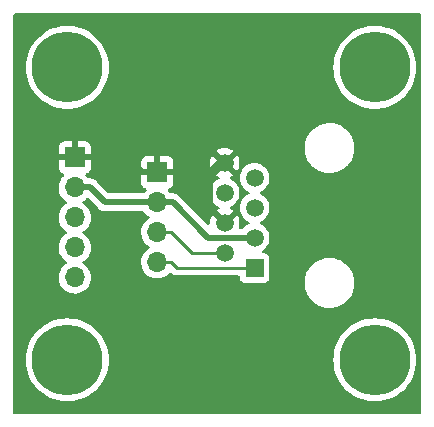
<source format=gbr>
%TF.GenerationSoftware,KiCad,Pcbnew,(6.0.1)*%
%TF.CreationDate,2022-02-21T12:48:27+02:00*%
%TF.ProjectId,Focuser-V1.Remote,466f6375-7365-4722-9d56-312e52656d6f,rev?*%
%TF.SameCoordinates,Original*%
%TF.FileFunction,Copper,L1,Top*%
%TF.FilePolarity,Positive*%
%FSLAX46Y46*%
G04 Gerber Fmt 4.6, Leading zero omitted, Abs format (unit mm)*
G04 Created by KiCad (PCBNEW (6.0.1)) date 2022-02-21 12:48:27*
%MOMM*%
%LPD*%
G01*
G04 APERTURE LIST*
%TA.AperFunction,ComponentPad*%
%ADD10R,1.500000X1.500000*%
%TD*%
%TA.AperFunction,ComponentPad*%
%ADD11C,1.500000*%
%TD*%
%TA.AperFunction,ComponentPad*%
%ADD12C,6.000000*%
%TD*%
%TA.AperFunction,ComponentPad*%
%ADD13R,1.700000X1.700000*%
%TD*%
%TA.AperFunction,ComponentPad*%
%ADD14O,1.700000X1.700000*%
%TD*%
%TA.AperFunction,Conductor*%
%ADD15C,0.250000*%
%TD*%
%TA.AperFunction,Conductor*%
%ADD16C,0.500000*%
%TD*%
G04 APERTURE END LIST*
D10*
%TO.P,J1,1*%
%TO.N,/SDA*%
X175240000Y-93817500D03*
D11*
%TO.P,J1,2*%
%TO.N,/SCL*%
X172700000Y-92547500D03*
%TO.P,J1,3*%
%TO.N,/3V3*%
X175240000Y-91277500D03*
%TO.P,J1,4*%
%TO.N,GND*%
X172700000Y-90007500D03*
%TO.P,J1,5*%
%TO.N,/EncClk*%
X175240000Y-88737500D03*
%TO.P,J1,6*%
%TO.N,/EncDt*%
X172700000Y-87467500D03*
%TO.P,J1,7*%
%TO.N,/EncSw*%
X175240000Y-86197500D03*
%TO.P,J1,8*%
%TO.N,GND*%
X172700000Y-84927500D03*
%TD*%
D12*
%TO.P,REF3,1*%
%TO.N,N/C*%
X185420000Y-76835000D03*
%TD*%
D13*
%TO.P,J3,1,Pin_1*%
%TO.N,GND*%
X160020000Y-84460000D03*
D14*
%TO.P,J3,2,Pin_2*%
%TO.N,/3V3*%
X160020000Y-87000000D03*
%TO.P,J3,3,Pin_3*%
%TO.N,/EncSw*%
X160020000Y-89540000D03*
%TO.P,J3,4,Pin_4*%
%TO.N,/EncDt*%
X160020000Y-92080000D03*
%TO.P,J3,5,Pin_5*%
%TO.N,/EncClk*%
X160020000Y-94620000D03*
%TD*%
D13*
%TO.P,J2,1,Pin_1*%
%TO.N,GND*%
X167005000Y-85725000D03*
D14*
%TO.P,J2,2,Pin_2*%
%TO.N,/3V3*%
X167005000Y-88265000D03*
%TO.P,J2,3,Pin_3*%
%TO.N,/SCL*%
X167005000Y-90805000D03*
%TO.P,J2,4,Pin_4*%
%TO.N,/SDA*%
X167005000Y-93345000D03*
%TD*%
D12*
%TO.P,REF4,1*%
%TO.N,N/C*%
X185420000Y-101600000D03*
%TD*%
%TO.P,REF1,1*%
%TO.N,N/C*%
X159385000Y-101600000D03*
%TD*%
%TO.P,REF2,1*%
%TO.N,N/C*%
X159385000Y-76835000D03*
%TD*%
D15*
%TO.N,/SDA*%
X168652800Y-93817500D02*
X175240000Y-93817500D01*
X167005000Y-93345000D02*
X168180300Y-93345000D01*
X168180300Y-93345000D02*
X168652800Y-93817500D01*
%TO.N,/SCL*%
X169922800Y-92547500D02*
X172700000Y-92547500D01*
X168180300Y-90805000D02*
X169922800Y-92547500D01*
X167005000Y-90805000D02*
X168180300Y-90805000D01*
D16*
%TO.N,/3V3*%
X161320300Y-87000000D02*
X162585300Y-88265000D01*
X171317800Y-91277500D02*
X175240000Y-91277500D01*
X162585300Y-88265000D02*
X167005000Y-88265000D01*
X167005000Y-88265000D02*
X168305300Y-88265000D01*
X160020000Y-87000000D02*
X161320300Y-87000000D01*
X168305300Y-88265000D02*
X171317800Y-91277500D01*
%TO.N,GND*%
X167005000Y-85725000D02*
X168305300Y-85725000D01*
X172700000Y-84927500D02*
X172246700Y-84927500D01*
X168305300Y-85725000D02*
X171449200Y-85725000D01*
X164439700Y-84460000D02*
X165704700Y-85725000D01*
X160020000Y-84460000D02*
X164439700Y-84460000D01*
X167005000Y-85725000D02*
X165704700Y-85725000D01*
X172246700Y-84927500D02*
X171449200Y-85725000D01*
X171449200Y-85725000D02*
X171449200Y-88756700D01*
X171449200Y-88756700D02*
X172700000Y-90007500D01*
%TD*%
%TA.AperFunction,Conductor*%
%TO.N,GND*%
G36*
X189299121Y-72283002D02*
G01*
X189345614Y-72336658D01*
X189357000Y-72389000D01*
X189357000Y-106046000D01*
X189336998Y-106114121D01*
X189283342Y-106160614D01*
X189231000Y-106172000D01*
X154939000Y-106172000D01*
X154870879Y-106151998D01*
X154824386Y-106098342D01*
X154813000Y-106046000D01*
X154813000Y-101600000D01*
X155871685Y-101600000D01*
X155890931Y-101967241D01*
X155948459Y-102330459D01*
X156043639Y-102685674D01*
X156175427Y-103028994D01*
X156342380Y-103356657D01*
X156542668Y-103665075D01*
X156774098Y-103950867D01*
X157034133Y-104210902D01*
X157319925Y-104442332D01*
X157628342Y-104642620D01*
X157631276Y-104644115D01*
X157631283Y-104644119D01*
X157953066Y-104808075D01*
X157956006Y-104809573D01*
X158299326Y-104941361D01*
X158654541Y-105036541D01*
X158847558Y-105067112D01*
X159014511Y-105093555D01*
X159014519Y-105093556D01*
X159017759Y-105094069D01*
X159385000Y-105113315D01*
X159752241Y-105094069D01*
X159755481Y-105093556D01*
X159755489Y-105093555D01*
X159922442Y-105067112D01*
X160115459Y-105036541D01*
X160470674Y-104941361D01*
X160813994Y-104809573D01*
X160816934Y-104808075D01*
X161138717Y-104644119D01*
X161138724Y-104644115D01*
X161141658Y-104642620D01*
X161450075Y-104442332D01*
X161735867Y-104210902D01*
X161995902Y-103950867D01*
X162227332Y-103665075D01*
X162427620Y-103356657D01*
X162594573Y-103028994D01*
X162726361Y-102685674D01*
X162821541Y-102330459D01*
X162879069Y-101967241D01*
X162898315Y-101600000D01*
X181906685Y-101600000D01*
X181925931Y-101967241D01*
X181983459Y-102330459D01*
X182078639Y-102685674D01*
X182210427Y-103028994D01*
X182377380Y-103356657D01*
X182577668Y-103665075D01*
X182809098Y-103950867D01*
X183069133Y-104210902D01*
X183354925Y-104442332D01*
X183663342Y-104642620D01*
X183666276Y-104644115D01*
X183666283Y-104644119D01*
X183988066Y-104808075D01*
X183991006Y-104809573D01*
X184334326Y-104941361D01*
X184689541Y-105036541D01*
X184882558Y-105067112D01*
X185049511Y-105093555D01*
X185049519Y-105093556D01*
X185052759Y-105094069D01*
X185420000Y-105113315D01*
X185787241Y-105094069D01*
X185790481Y-105093556D01*
X185790489Y-105093555D01*
X185957442Y-105067112D01*
X186150459Y-105036541D01*
X186505674Y-104941361D01*
X186848994Y-104809573D01*
X186851934Y-104808075D01*
X187173717Y-104644119D01*
X187173724Y-104644115D01*
X187176658Y-104642620D01*
X187485075Y-104442332D01*
X187770867Y-104210902D01*
X188030902Y-103950867D01*
X188262332Y-103665075D01*
X188462620Y-103356657D01*
X188629573Y-103028994D01*
X188761361Y-102685674D01*
X188856541Y-102330459D01*
X188914069Y-101967241D01*
X188933315Y-101600000D01*
X188914069Y-101232759D01*
X188856541Y-100869541D01*
X188761361Y-100514326D01*
X188629573Y-100171006D01*
X188462620Y-99843343D01*
X188262332Y-99534925D01*
X188030902Y-99249133D01*
X187770867Y-98989098D01*
X187485075Y-98757668D01*
X187176658Y-98557380D01*
X187173724Y-98555885D01*
X187173717Y-98555881D01*
X186851934Y-98391925D01*
X186848994Y-98390427D01*
X186505674Y-98258639D01*
X186150459Y-98163459D01*
X185957442Y-98132888D01*
X185790489Y-98106445D01*
X185790481Y-98106444D01*
X185787241Y-98105931D01*
X185420000Y-98086685D01*
X185052759Y-98105931D01*
X185049519Y-98106444D01*
X185049511Y-98106445D01*
X184882558Y-98132888D01*
X184689541Y-98163459D01*
X184334326Y-98258639D01*
X183991006Y-98390427D01*
X183988066Y-98391925D01*
X183666284Y-98555881D01*
X183666277Y-98555885D01*
X183663343Y-98557380D01*
X183354925Y-98757668D01*
X183069133Y-98989098D01*
X182809098Y-99249133D01*
X182577668Y-99534925D01*
X182377380Y-99843343D01*
X182210427Y-100171006D01*
X182078639Y-100514326D01*
X181983459Y-100869541D01*
X181925931Y-101232759D01*
X181906685Y-101600000D01*
X162898315Y-101600000D01*
X162879069Y-101232759D01*
X162821541Y-100869541D01*
X162726361Y-100514326D01*
X162594573Y-100171006D01*
X162427620Y-99843343D01*
X162227332Y-99534925D01*
X161995902Y-99249133D01*
X161735867Y-98989098D01*
X161450075Y-98757668D01*
X161141658Y-98557380D01*
X161138724Y-98555885D01*
X161138717Y-98555881D01*
X160816934Y-98391925D01*
X160813994Y-98390427D01*
X160470674Y-98258639D01*
X160115459Y-98163459D01*
X159922442Y-98132888D01*
X159755489Y-98106445D01*
X159755481Y-98106444D01*
X159752241Y-98105931D01*
X159385000Y-98086685D01*
X159017759Y-98105931D01*
X159014519Y-98106444D01*
X159014511Y-98106445D01*
X158847558Y-98132888D01*
X158654541Y-98163459D01*
X158299326Y-98258639D01*
X157956006Y-98390427D01*
X157953066Y-98391925D01*
X157631284Y-98555881D01*
X157631277Y-98555885D01*
X157628343Y-98557380D01*
X157319925Y-98757668D01*
X157034133Y-98989098D01*
X156774098Y-99249133D01*
X156542668Y-99534925D01*
X156342380Y-99843343D01*
X156175427Y-100171006D01*
X156043639Y-100514326D01*
X155948459Y-100869541D01*
X155890931Y-101232759D01*
X155871685Y-101600000D01*
X154813000Y-101600000D01*
X154813000Y-94586695D01*
X158657251Y-94586695D01*
X158657548Y-94591848D01*
X158657548Y-94591851D01*
X158664162Y-94706564D01*
X158670110Y-94809715D01*
X158671247Y-94814761D01*
X158671248Y-94814767D01*
X158672741Y-94821391D01*
X158719222Y-95027639D01*
X158757461Y-95121811D01*
X158797414Y-95220203D01*
X158803266Y-95234616D01*
X158919987Y-95425088D01*
X159066250Y-95593938D01*
X159238126Y-95736632D01*
X159431000Y-95849338D01*
X159639692Y-95929030D01*
X159644760Y-95930061D01*
X159644763Y-95930062D01*
X159752017Y-95951883D01*
X159858597Y-95973567D01*
X159863772Y-95973757D01*
X159863774Y-95973757D01*
X160076673Y-95981564D01*
X160076677Y-95981564D01*
X160081837Y-95981753D01*
X160086957Y-95981097D01*
X160086959Y-95981097D01*
X160298288Y-95954025D01*
X160298289Y-95954025D01*
X160303416Y-95953368D01*
X160308366Y-95951883D01*
X160512429Y-95890661D01*
X160512434Y-95890659D01*
X160517384Y-95889174D01*
X160717994Y-95790896D01*
X160899860Y-95661173D01*
X161058096Y-95503489D01*
X161117594Y-95420689D01*
X161185435Y-95326277D01*
X161188453Y-95322077D01*
X161225788Y-95246536D01*
X161238802Y-95220203D01*
X179480743Y-95220203D01*
X179481302Y-95224447D01*
X179481302Y-95224451D01*
X179483084Y-95237988D01*
X179518268Y-95505234D01*
X179594129Y-95782536D01*
X179595813Y-95786484D01*
X179675171Y-95972534D01*
X179706923Y-96046976D01*
X179854561Y-96293661D01*
X180034313Y-96518028D01*
X180242851Y-96715923D01*
X180476317Y-96883686D01*
X180480112Y-96885695D01*
X180480113Y-96885696D01*
X180501869Y-96897215D01*
X180730392Y-97018212D01*
X181000373Y-97117011D01*
X181281264Y-97178255D01*
X181309841Y-97180504D01*
X181504282Y-97195807D01*
X181504291Y-97195807D01*
X181506739Y-97196000D01*
X181662271Y-97196000D01*
X181664407Y-97195854D01*
X181664418Y-97195854D01*
X181872548Y-97181665D01*
X181872554Y-97181664D01*
X181876825Y-97181373D01*
X181881020Y-97180504D01*
X181881022Y-97180504D01*
X182017583Y-97152224D01*
X182158342Y-97123074D01*
X182429343Y-97027107D01*
X182684812Y-96895250D01*
X182688313Y-96892789D01*
X182688317Y-96892787D01*
X182802417Y-96812596D01*
X182920023Y-96729941D01*
X183130622Y-96534240D01*
X183312713Y-96311768D01*
X183462927Y-96066642D01*
X183578483Y-95803398D01*
X183657244Y-95526906D01*
X183697751Y-95242284D01*
X183697792Y-95234616D01*
X183699235Y-94959083D01*
X183699235Y-94959076D01*
X183699257Y-94954797D01*
X183695148Y-94923581D01*
X183666601Y-94706753D01*
X183661732Y-94669766D01*
X183657710Y-94655062D01*
X183602972Y-94454974D01*
X183585871Y-94392464D01*
X183544771Y-94296108D01*
X183474763Y-94131976D01*
X183474761Y-94131972D01*
X183473077Y-94128024D01*
X183381997Y-93975840D01*
X183327643Y-93885021D01*
X183327640Y-93885017D01*
X183325439Y-93881339D01*
X183145687Y-93656972D01*
X182964043Y-93484598D01*
X182940258Y-93462027D01*
X182940255Y-93462025D01*
X182937149Y-93459077D01*
X182703683Y-93291314D01*
X182681843Y-93279750D01*
X182605778Y-93239476D01*
X182449608Y-93156788D01*
X182314617Y-93107388D01*
X182183658Y-93059464D01*
X182183656Y-93059463D01*
X182179627Y-93057989D01*
X181898736Y-92996745D01*
X181867685Y-92994301D01*
X181675718Y-92979193D01*
X181675709Y-92979193D01*
X181673261Y-92979000D01*
X181517729Y-92979000D01*
X181515593Y-92979146D01*
X181515582Y-92979146D01*
X181307452Y-92993335D01*
X181307446Y-92993336D01*
X181303175Y-92993627D01*
X181298980Y-92994496D01*
X181298978Y-92994496D01*
X181195289Y-93015969D01*
X181021658Y-93051926D01*
X180750657Y-93147893D01*
X180746848Y-93149859D01*
X180554942Y-93248909D01*
X180495188Y-93279750D01*
X180491687Y-93282211D01*
X180491683Y-93282213D01*
X180396450Y-93349144D01*
X180259977Y-93445059D01*
X180244892Y-93459077D01*
X180092558Y-93600635D01*
X180049378Y-93640760D01*
X179867287Y-93863232D01*
X179717073Y-94108358D01*
X179715347Y-94112291D01*
X179715346Y-94112292D01*
X179633056Y-94299755D01*
X179601517Y-94371602D01*
X179600342Y-94375729D01*
X179600341Y-94375730D01*
X179577768Y-94454974D01*
X179522756Y-94648094D01*
X179482249Y-94932716D01*
X179482227Y-94937005D01*
X179482226Y-94937012D01*
X179481529Y-95070098D01*
X179480743Y-95220203D01*
X161238802Y-95220203D01*
X161285136Y-95126453D01*
X161285137Y-95126451D01*
X161287430Y-95121811D01*
X161339464Y-94950549D01*
X161350865Y-94913023D01*
X161350865Y-94913021D01*
X161352370Y-94908069D01*
X161381529Y-94686590D01*
X161381730Y-94678368D01*
X161383074Y-94623365D01*
X161383074Y-94623361D01*
X161383156Y-94620000D01*
X161364852Y-94397361D01*
X161310431Y-94180702D01*
X161221354Y-93975840D01*
X161158053Y-93877992D01*
X161102822Y-93792617D01*
X161102820Y-93792614D01*
X161100014Y-93788277D01*
X160949670Y-93623051D01*
X160945619Y-93619852D01*
X160945615Y-93619848D01*
X160778414Y-93487800D01*
X160778410Y-93487798D01*
X160774359Y-93484598D01*
X160733053Y-93461796D01*
X160683084Y-93411364D01*
X160668312Y-93341921D01*
X160693428Y-93275516D01*
X160720780Y-93248909D01*
X160764603Y-93217650D01*
X160899860Y-93121173D01*
X160904015Y-93117033D01*
X161023807Y-92997658D01*
X161058096Y-92963489D01*
X161065819Y-92952742D01*
X161185435Y-92786277D01*
X161188453Y-92782077D01*
X161201776Y-92755121D01*
X161285136Y-92586453D01*
X161285137Y-92586451D01*
X161287430Y-92581811D01*
X161352370Y-92368069D01*
X161381529Y-92146590D01*
X161382090Y-92123635D01*
X161383074Y-92083365D01*
X161383074Y-92083361D01*
X161383156Y-92080000D01*
X161364852Y-91857361D01*
X161310431Y-91640702D01*
X161221354Y-91435840D01*
X161118919Y-91277500D01*
X161102822Y-91252617D01*
X161102820Y-91252614D01*
X161100014Y-91248277D01*
X160949670Y-91083051D01*
X160945619Y-91079852D01*
X160945615Y-91079848D01*
X160778414Y-90947800D01*
X160778410Y-90947798D01*
X160774359Y-90944598D01*
X160733053Y-90921796D01*
X160683084Y-90871364D01*
X160668312Y-90801921D01*
X160693428Y-90735516D01*
X160720780Y-90708909D01*
X160764603Y-90677650D01*
X160899860Y-90581173D01*
X161058096Y-90423489D01*
X161111908Y-90348602D01*
X161185435Y-90246277D01*
X161188453Y-90242077D01*
X161193385Y-90232099D01*
X161285136Y-90046453D01*
X161285137Y-90046451D01*
X161287430Y-90041811D01*
X161352370Y-89828069D01*
X161381529Y-89606590D01*
X161382408Y-89570613D01*
X161383074Y-89543365D01*
X161383074Y-89543361D01*
X161383156Y-89540000D01*
X161364852Y-89317361D01*
X161310431Y-89100702D01*
X161221354Y-88895840D01*
X161118451Y-88736776D01*
X161102822Y-88712617D01*
X161102820Y-88712614D01*
X161100014Y-88708277D01*
X160949670Y-88543051D01*
X160945619Y-88539852D01*
X160945615Y-88539848D01*
X160778414Y-88407800D01*
X160778410Y-88407798D01*
X160774359Y-88404598D01*
X160733053Y-88381796D01*
X160683084Y-88331364D01*
X160668312Y-88261921D01*
X160693428Y-88195516D01*
X160720780Y-88168909D01*
X160764603Y-88137650D01*
X160899860Y-88041173D01*
X160967331Y-87973938D01*
X161005571Y-87935831D01*
X161067943Y-87901915D01*
X161138750Y-87907104D01*
X161183606Y-87935987D01*
X162001530Y-88753911D01*
X162013916Y-88768323D01*
X162022449Y-88779918D01*
X162022454Y-88779923D01*
X162026792Y-88785818D01*
X162032370Y-88790557D01*
X162032373Y-88790560D01*
X162067068Y-88820035D01*
X162074584Y-88826965D01*
X162080279Y-88832660D01*
X162083161Y-88834940D01*
X162102551Y-88850281D01*
X162105955Y-88853072D01*
X162156003Y-88895591D01*
X162161585Y-88900333D01*
X162168101Y-88903661D01*
X162173150Y-88907028D01*
X162178279Y-88910195D01*
X162184016Y-88914734D01*
X162250175Y-88945655D01*
X162254069Y-88947558D01*
X162319108Y-88980769D01*
X162326216Y-88982508D01*
X162331859Y-88984607D01*
X162337622Y-88986524D01*
X162344250Y-88989622D01*
X162351412Y-88991112D01*
X162351413Y-88991112D01*
X162415712Y-89004486D01*
X162419996Y-89005456D01*
X162490910Y-89022808D01*
X162496512Y-89023156D01*
X162496515Y-89023156D01*
X162502064Y-89023500D01*
X162502062Y-89023536D01*
X162506055Y-89023775D01*
X162510247Y-89024149D01*
X162517415Y-89025640D01*
X162594820Y-89023546D01*
X162598228Y-89023500D01*
X165807491Y-89023500D01*
X165875612Y-89043502D01*
X165904402Y-89070595D01*
X165904987Y-89070088D01*
X166051250Y-89238938D01*
X166223126Y-89381632D01*
X166293595Y-89422811D01*
X166296445Y-89424476D01*
X166345169Y-89476114D01*
X166358240Y-89545897D01*
X166331509Y-89611669D01*
X166291055Y-89645027D01*
X166278607Y-89651507D01*
X166274474Y-89654610D01*
X166274471Y-89654612D01*
X166104100Y-89782530D01*
X166099965Y-89785635D01*
X165945629Y-89947138D01*
X165819743Y-90131680D01*
X165781011Y-90215121D01*
X165735277Y-90313648D01*
X165725688Y-90334305D01*
X165665989Y-90549570D01*
X165642251Y-90771695D01*
X165642548Y-90776848D01*
X165642548Y-90776851D01*
X165652220Y-90944598D01*
X165655110Y-90994715D01*
X165656247Y-90999761D01*
X165656248Y-90999767D01*
X165668204Y-91052819D01*
X165704222Y-91212639D01*
X165788266Y-91419616D01*
X165904987Y-91610088D01*
X166051250Y-91778938D01*
X166169481Y-91877095D01*
X166213547Y-91913679D01*
X166223126Y-91921632D01*
X166293595Y-91962811D01*
X166296445Y-91964476D01*
X166345169Y-92016114D01*
X166358240Y-92085897D01*
X166331509Y-92151669D01*
X166291055Y-92185027D01*
X166278607Y-92191507D01*
X166274473Y-92194611D01*
X166174444Y-92269715D01*
X166099965Y-92325635D01*
X165945629Y-92487138D01*
X165942715Y-92491410D01*
X165942714Y-92491411D01*
X165909018Y-92540807D01*
X165819743Y-92671680D01*
X165781011Y-92755121D01*
X165744471Y-92833841D01*
X165725688Y-92874305D01*
X165665989Y-93089570D01*
X165642251Y-93311695D01*
X165642548Y-93316848D01*
X165642548Y-93316851D01*
X165652220Y-93484598D01*
X165655110Y-93534715D01*
X165656247Y-93539761D01*
X165656248Y-93539767D01*
X165669266Y-93597530D01*
X165704222Y-93752639D01*
X165788266Y-93959616D01*
X165790965Y-93964020D01*
X165881826Y-94112292D01*
X165904987Y-94150088D01*
X166051250Y-94318938D01*
X166223126Y-94461632D01*
X166416000Y-94574338D01*
X166420825Y-94576180D01*
X166420826Y-94576181D01*
X166461862Y-94591851D01*
X166624692Y-94654030D01*
X166629760Y-94655061D01*
X166629763Y-94655062D01*
X166702036Y-94669766D01*
X166843597Y-94698567D01*
X166848772Y-94698757D01*
X166848774Y-94698757D01*
X167061673Y-94706564D01*
X167061677Y-94706564D01*
X167066837Y-94706753D01*
X167071957Y-94706097D01*
X167071959Y-94706097D01*
X167283288Y-94679025D01*
X167283289Y-94679025D01*
X167288416Y-94678368D01*
X167330894Y-94665624D01*
X167497429Y-94615661D01*
X167497434Y-94615659D01*
X167502384Y-94614174D01*
X167702994Y-94515896D01*
X167884860Y-94386173D01*
X167888515Y-94382531D01*
X167888523Y-94382524D01*
X168015915Y-94255577D01*
X168078286Y-94221661D01*
X168149093Y-94226850D01*
X168191106Y-94252977D01*
X168210450Y-94271142D01*
X168213293Y-94273898D01*
X168233030Y-94293635D01*
X168236227Y-94296115D01*
X168245247Y-94303818D01*
X168277479Y-94334086D01*
X168284425Y-94337905D01*
X168284428Y-94337907D01*
X168295234Y-94343848D01*
X168311753Y-94354699D01*
X168327759Y-94367114D01*
X168335028Y-94370259D01*
X168335032Y-94370262D01*
X168368337Y-94384674D01*
X168378987Y-94389891D01*
X168417740Y-94411195D01*
X168425415Y-94413166D01*
X168425416Y-94413166D01*
X168437362Y-94416233D01*
X168456067Y-94422637D01*
X168474655Y-94430681D01*
X168482478Y-94431920D01*
X168482488Y-94431923D01*
X168518324Y-94437599D01*
X168529944Y-94440005D01*
X168565089Y-94449028D01*
X168572770Y-94451000D01*
X168593024Y-94451000D01*
X168612734Y-94452551D01*
X168632743Y-94455720D01*
X168640635Y-94454974D01*
X168676761Y-94451559D01*
X168688619Y-94451000D01*
X173855500Y-94451000D01*
X173923621Y-94471002D01*
X173970114Y-94524658D01*
X173981500Y-94577000D01*
X173981500Y-94615634D01*
X173988255Y-94677816D01*
X174039385Y-94814205D01*
X174126739Y-94930761D01*
X174243295Y-95018115D01*
X174379684Y-95069245D01*
X174441866Y-95076000D01*
X176038134Y-95076000D01*
X176100316Y-95069245D01*
X176236705Y-95018115D01*
X176353261Y-94930761D01*
X176440615Y-94814205D01*
X176491745Y-94677816D01*
X176498500Y-94615634D01*
X176498500Y-93019366D01*
X176491745Y-92957184D01*
X176440615Y-92820795D01*
X176353261Y-92704239D01*
X176236705Y-92616885D01*
X176100316Y-92565755D01*
X176038134Y-92559000D01*
X176003577Y-92559000D01*
X175935456Y-92538998D01*
X175888963Y-92485342D01*
X175878859Y-92415068D01*
X175908353Y-92350488D01*
X175931306Y-92329787D01*
X176047527Y-92248408D01*
X176047529Y-92248406D01*
X176052038Y-92245249D01*
X176207749Y-92089538D01*
X176212072Y-92083365D01*
X176330899Y-91913662D01*
X176330900Y-91913660D01*
X176334056Y-91909153D01*
X176336379Y-91904171D01*
X176336382Y-91904166D01*
X176403039Y-91761217D01*
X176427120Y-91709576D01*
X176484115Y-91496871D01*
X176503307Y-91277500D01*
X176484115Y-91058129D01*
X176427120Y-90845424D01*
X176359064Y-90699476D01*
X176336382Y-90650834D01*
X176336379Y-90650829D01*
X176334056Y-90645847D01*
X176245237Y-90519000D01*
X176210908Y-90469973D01*
X176210906Y-90469970D01*
X176207749Y-90465462D01*
X176052038Y-90309751D01*
X176029317Y-90293841D01*
X175911443Y-90211305D01*
X175871654Y-90183444D01*
X175866672Y-90181121D01*
X175866667Y-90181118D01*
X175739232Y-90121695D01*
X175685947Y-90074778D01*
X175666486Y-90006501D01*
X175687028Y-89938541D01*
X175739232Y-89893305D01*
X175866667Y-89833882D01*
X175866672Y-89833879D01*
X175871654Y-89831556D01*
X176052038Y-89705249D01*
X176207749Y-89549538D01*
X176212072Y-89543365D01*
X176330899Y-89373662D01*
X176330900Y-89373660D01*
X176334056Y-89369153D01*
X176336379Y-89364171D01*
X176336382Y-89364166D01*
X176412473Y-89200987D01*
X176427120Y-89169576D01*
X176484115Y-88956871D01*
X176503307Y-88737500D01*
X176484115Y-88518129D01*
X176427120Y-88305424D01*
X176359064Y-88159476D01*
X176336382Y-88110834D01*
X176336379Y-88110829D01*
X176334056Y-88105847D01*
X176286219Y-88037529D01*
X176210908Y-87929973D01*
X176210906Y-87929970D01*
X176207749Y-87925462D01*
X176052038Y-87769751D01*
X176040508Y-87761677D01*
X175966655Y-87709965D01*
X175871654Y-87643444D01*
X175866672Y-87641121D01*
X175866667Y-87641118D01*
X175739232Y-87581695D01*
X175685947Y-87534778D01*
X175666486Y-87466501D01*
X175687028Y-87398541D01*
X175739232Y-87353305D01*
X175866667Y-87293882D01*
X175866672Y-87293879D01*
X175871654Y-87291556D01*
X176052038Y-87165249D01*
X176207749Y-87009538D01*
X176241343Y-86961562D01*
X176330899Y-86833662D01*
X176330900Y-86833660D01*
X176334056Y-86829153D01*
X176336379Y-86824171D01*
X176336382Y-86824166D01*
X176397729Y-86692606D01*
X176427120Y-86629576D01*
X176484115Y-86416871D01*
X176503307Y-86197500D01*
X176484115Y-85978129D01*
X176427120Y-85765424D01*
X176380629Y-85665724D01*
X176336382Y-85570834D01*
X176336379Y-85570829D01*
X176334056Y-85565847D01*
X176321597Y-85548054D01*
X176210908Y-85389973D01*
X176210906Y-85389970D01*
X176207749Y-85385462D01*
X176052038Y-85229751D01*
X175871654Y-85103444D01*
X175672076Y-85010380D01*
X175459371Y-84953385D01*
X175240000Y-84934193D01*
X175020629Y-84953385D01*
X174807924Y-85010380D01*
X174714562Y-85053915D01*
X174613334Y-85101118D01*
X174613329Y-85101121D01*
X174608347Y-85103444D01*
X174603840Y-85106600D01*
X174603838Y-85106601D01*
X174432473Y-85226592D01*
X174432470Y-85226594D01*
X174427962Y-85229751D01*
X174272251Y-85385462D01*
X174269094Y-85389970D01*
X174269092Y-85389973D01*
X174158403Y-85548054D01*
X174145944Y-85565847D01*
X174143621Y-85570829D01*
X174143618Y-85570834D01*
X174099371Y-85665724D01*
X174052880Y-85765424D01*
X173995885Y-85978129D01*
X173976693Y-86197500D01*
X173995885Y-86416871D01*
X174052880Y-86629576D01*
X174082271Y-86692606D01*
X174143618Y-86824166D01*
X174143621Y-86824171D01*
X174145944Y-86829153D01*
X174149100Y-86833660D01*
X174149101Y-86833662D01*
X174238658Y-86961562D01*
X174272251Y-87009538D01*
X174427962Y-87165249D01*
X174608346Y-87291556D01*
X174613328Y-87293879D01*
X174613333Y-87293882D01*
X174740768Y-87353305D01*
X174794053Y-87400222D01*
X174813514Y-87468499D01*
X174792972Y-87536459D01*
X174740768Y-87581695D01*
X174613334Y-87641118D01*
X174613329Y-87641121D01*
X174608347Y-87643444D01*
X174603840Y-87646600D01*
X174603838Y-87646601D01*
X174432473Y-87766592D01*
X174432470Y-87766594D01*
X174427962Y-87769751D01*
X174272251Y-87925462D01*
X174269094Y-87929970D01*
X174269092Y-87929973D01*
X174193781Y-88037529D01*
X174145944Y-88105847D01*
X174143621Y-88110829D01*
X174143618Y-88110834D01*
X174120936Y-88159476D01*
X174052880Y-88305424D01*
X173995885Y-88518129D01*
X173976693Y-88737500D01*
X173995885Y-88956871D01*
X174052880Y-89169576D01*
X174067527Y-89200987D01*
X174143618Y-89364166D01*
X174143621Y-89364171D01*
X174145944Y-89369153D01*
X174149100Y-89373660D01*
X174149101Y-89373662D01*
X174267929Y-89543365D01*
X174272251Y-89549538D01*
X174427962Y-89705249D01*
X174608346Y-89831556D01*
X174613328Y-89833879D01*
X174613333Y-89833882D01*
X174740768Y-89893305D01*
X174794053Y-89940222D01*
X174813514Y-90008499D01*
X174792972Y-90076459D01*
X174740768Y-90121695D01*
X174613334Y-90181118D01*
X174613329Y-90181121D01*
X174608347Y-90183444D01*
X174603840Y-90186600D01*
X174603838Y-90186601D01*
X174432473Y-90306592D01*
X174432470Y-90306594D01*
X174427962Y-90309751D01*
X174272251Y-90465462D01*
X174269094Y-90469971D01*
X174265716Y-90473996D01*
X174206605Y-90513319D01*
X174169198Y-90519000D01*
X174029528Y-90519000D01*
X173961407Y-90498998D01*
X173914914Y-90445342D01*
X173904810Y-90375068D01*
X173907821Y-90360389D01*
X173942196Y-90232099D01*
X173944099Y-90221304D01*
X173962326Y-90012975D01*
X173962326Y-90002025D01*
X173944099Y-89793696D01*
X173942196Y-89782901D01*
X173888072Y-89580905D01*
X173884326Y-89570613D01*
X173795946Y-89381083D01*
X173790466Y-89371593D01*
X173761589Y-89330351D01*
X173751114Y-89321977D01*
X173737667Y-89329045D01*
X172789095Y-90277616D01*
X172726783Y-90311641D01*
X172655967Y-90306576D01*
X172610905Y-90277616D01*
X171661611Y-89328322D01*
X171649838Y-89321894D01*
X171637824Y-89331189D01*
X171609534Y-89371593D01*
X171604054Y-89381083D01*
X171515674Y-89570613D01*
X171511928Y-89580905D01*
X171457804Y-89782901D01*
X171455901Y-89793696D01*
X171437674Y-90002025D01*
X171437674Y-90018482D01*
X171435624Y-90018482D01*
X171423405Y-90079310D01*
X171374011Y-90130307D01*
X171304886Y-90146503D01*
X171237979Y-90122758D01*
X171222773Y-90109792D01*
X168889070Y-87776089D01*
X168876684Y-87761677D01*
X168868151Y-87750082D01*
X168868146Y-87750077D01*
X168863808Y-87744182D01*
X168858230Y-87739443D01*
X168858227Y-87739440D01*
X168823532Y-87709965D01*
X168816016Y-87703035D01*
X168810321Y-87697340D01*
X168803800Y-87692181D01*
X168788049Y-87679719D01*
X168784645Y-87676928D01*
X168734597Y-87634409D01*
X168734595Y-87634408D01*
X168729015Y-87629667D01*
X168722499Y-87626339D01*
X168717450Y-87622972D01*
X168712321Y-87619805D01*
X168706584Y-87615266D01*
X168640425Y-87584345D01*
X168636525Y-87582439D01*
X168635068Y-87581695D01*
X168571492Y-87549231D01*
X168564384Y-87547492D01*
X168558741Y-87545393D01*
X168552978Y-87543476D01*
X168546350Y-87540378D01*
X168474883Y-87525513D01*
X168470599Y-87524543D01*
X168399690Y-87507192D01*
X168394088Y-87506844D01*
X168394085Y-87506844D01*
X168388536Y-87506500D01*
X168388538Y-87506464D01*
X168384545Y-87506225D01*
X168380353Y-87505851D01*
X168373185Y-87504360D01*
X168306975Y-87506151D01*
X168295779Y-87506454D01*
X168292372Y-87506500D01*
X168200939Y-87506500D01*
X168132818Y-87486498D01*
X168113762Y-87467500D01*
X171436693Y-87467500D01*
X171455885Y-87686871D01*
X171512880Y-87899576D01*
X171549095Y-87977240D01*
X171603618Y-88094166D01*
X171603621Y-88094171D01*
X171605944Y-88099153D01*
X171609100Y-88103660D01*
X171609101Y-88103662D01*
X171726831Y-88271797D01*
X171732251Y-88279538D01*
X171887962Y-88435249D01*
X172068346Y-88561556D01*
X172073328Y-88563879D01*
X172073333Y-88563882D01*
X172201359Y-88623581D01*
X172254644Y-88670498D01*
X172274105Y-88738776D01*
X172253563Y-88806736D01*
X172201359Y-88851971D01*
X172073583Y-88911554D01*
X172064093Y-88917034D01*
X172022851Y-88945911D01*
X172014477Y-88956387D01*
X172021545Y-88969834D01*
X172687189Y-89635479D01*
X172701132Y-89643092D01*
X172702966Y-89642961D01*
X172709580Y-89638710D01*
X173379180Y-88969109D01*
X173385607Y-88957339D01*
X173376313Y-88945325D01*
X173335912Y-88917036D01*
X173326416Y-88911553D01*
X173198641Y-88851971D01*
X173145356Y-88805054D01*
X173125895Y-88736776D01*
X173146437Y-88668816D01*
X173198641Y-88623581D01*
X173326667Y-88563882D01*
X173326672Y-88563879D01*
X173331654Y-88561556D01*
X173512038Y-88435249D01*
X173667749Y-88279538D01*
X173673170Y-88271797D01*
X173790899Y-88103662D01*
X173790900Y-88103660D01*
X173794056Y-88099153D01*
X173796379Y-88094171D01*
X173796382Y-88094166D01*
X173850905Y-87977240D01*
X173887120Y-87899576D01*
X173944115Y-87686871D01*
X173963307Y-87467500D01*
X173944115Y-87248129D01*
X173887120Y-87035424D01*
X173827652Y-86907894D01*
X173796382Y-86840834D01*
X173796379Y-86840829D01*
X173794056Y-86835847D01*
X173667749Y-86655462D01*
X173512038Y-86499751D01*
X173475891Y-86474440D01*
X173415766Y-86432340D01*
X173331654Y-86373444D01*
X173326672Y-86371121D01*
X173326667Y-86371118D01*
X173198641Y-86311419D01*
X173145356Y-86264502D01*
X173125895Y-86196224D01*
X173146437Y-86128264D01*
X173198641Y-86083029D01*
X173326416Y-86023447D01*
X173335912Y-86017964D01*
X173377148Y-85989090D01*
X173385523Y-85978612D01*
X173378457Y-85965168D01*
X172712811Y-85299521D01*
X172698868Y-85291908D01*
X172697034Y-85292039D01*
X172690420Y-85296290D01*
X172020820Y-85965891D01*
X172014393Y-85977661D01*
X172023687Y-85989675D01*
X172064088Y-86017964D01*
X172073584Y-86023447D01*
X172201359Y-86083029D01*
X172254644Y-86129946D01*
X172274105Y-86198224D01*
X172253563Y-86266184D01*
X172201359Y-86311419D01*
X172073334Y-86371118D01*
X172073329Y-86371121D01*
X172068347Y-86373444D01*
X172063840Y-86376600D01*
X172063838Y-86376601D01*
X171892473Y-86496592D01*
X171892470Y-86496594D01*
X171887962Y-86499751D01*
X171732251Y-86655462D01*
X171605944Y-86835847D01*
X171603621Y-86840829D01*
X171603618Y-86840834D01*
X171572348Y-86907894D01*
X171512880Y-87035424D01*
X171455885Y-87248129D01*
X171436693Y-87467500D01*
X168113762Y-87467500D01*
X168095147Y-87448941D01*
X168087818Y-87437612D01*
X168085014Y-87433277D01*
X168081540Y-87429459D01*
X168081533Y-87429450D01*
X167937435Y-87271088D01*
X167906383Y-87207242D01*
X167914779Y-87136744D01*
X167959956Y-87081976D01*
X167986400Y-87068307D01*
X168093052Y-87028325D01*
X168108649Y-87019786D01*
X168210724Y-86943285D01*
X168223285Y-86930724D01*
X168299786Y-86828649D01*
X168308324Y-86813054D01*
X168353478Y-86692606D01*
X168357105Y-86677351D01*
X168362631Y-86626486D01*
X168363000Y-86619672D01*
X168363000Y-85997115D01*
X168358525Y-85981876D01*
X168357135Y-85980671D01*
X168349452Y-85979000D01*
X165665116Y-85979000D01*
X165649877Y-85983475D01*
X165648672Y-85984865D01*
X165647001Y-85992548D01*
X165647001Y-86619669D01*
X165647371Y-86626490D01*
X165652895Y-86677352D01*
X165656521Y-86692604D01*
X165701676Y-86813054D01*
X165710214Y-86828649D01*
X165786715Y-86930724D01*
X165799276Y-86943285D01*
X165901351Y-87019786D01*
X165916946Y-87028324D01*
X166025827Y-87069142D01*
X166082591Y-87111784D01*
X166107291Y-87178345D01*
X166092083Y-87247694D01*
X166072691Y-87274175D01*
X166053859Y-87293882D01*
X165945629Y-87407138D01*
X165915363Y-87451507D01*
X165860455Y-87496507D01*
X165811277Y-87506500D01*
X162951671Y-87506500D01*
X162883550Y-87486498D01*
X162862576Y-87469595D01*
X161904070Y-86511089D01*
X161891684Y-86496677D01*
X161883151Y-86485082D01*
X161883146Y-86485077D01*
X161878808Y-86479182D01*
X161873230Y-86474443D01*
X161873227Y-86474440D01*
X161838532Y-86444965D01*
X161831016Y-86438035D01*
X161825321Y-86432340D01*
X161812480Y-86422181D01*
X161803049Y-86414719D01*
X161799645Y-86411928D01*
X161749597Y-86369409D01*
X161749595Y-86369408D01*
X161744015Y-86364667D01*
X161737499Y-86361339D01*
X161732450Y-86357972D01*
X161727321Y-86354805D01*
X161721584Y-86350266D01*
X161655425Y-86319345D01*
X161651525Y-86317439D01*
X161586492Y-86284231D01*
X161579384Y-86282492D01*
X161573741Y-86280393D01*
X161567978Y-86278476D01*
X161561350Y-86275378D01*
X161489883Y-86260513D01*
X161485599Y-86259543D01*
X161414690Y-86242192D01*
X161409088Y-86241844D01*
X161409085Y-86241844D01*
X161403536Y-86241500D01*
X161403538Y-86241464D01*
X161399545Y-86241225D01*
X161395353Y-86240851D01*
X161388185Y-86239360D01*
X161321975Y-86241151D01*
X161310779Y-86241454D01*
X161307372Y-86241500D01*
X161215939Y-86241500D01*
X161147818Y-86221498D01*
X161110147Y-86183941D01*
X161102818Y-86172612D01*
X161100014Y-86168277D01*
X161096540Y-86164459D01*
X161096533Y-86164450D01*
X160952435Y-86006088D01*
X160921383Y-85942242D01*
X160929779Y-85871744D01*
X160974956Y-85816976D01*
X161001400Y-85803307D01*
X161108052Y-85763325D01*
X161123649Y-85754786D01*
X161225724Y-85678285D01*
X161238285Y-85665724D01*
X161314786Y-85563649D01*
X161323324Y-85548054D01*
X161359001Y-85452885D01*
X165647000Y-85452885D01*
X165651475Y-85468124D01*
X165652865Y-85469329D01*
X165660548Y-85471000D01*
X166732885Y-85471000D01*
X166748124Y-85466525D01*
X166749329Y-85465135D01*
X166751000Y-85457452D01*
X166751000Y-85452885D01*
X167259000Y-85452885D01*
X167263475Y-85468124D01*
X167264865Y-85469329D01*
X167272548Y-85471000D01*
X168344884Y-85471000D01*
X168360123Y-85466525D01*
X168361328Y-85465135D01*
X168362999Y-85457452D01*
X168362999Y-84932975D01*
X171437674Y-84932975D01*
X171455901Y-85141304D01*
X171457804Y-85152099D01*
X171511928Y-85354095D01*
X171515674Y-85364387D01*
X171604054Y-85553917D01*
X171609534Y-85563407D01*
X171638411Y-85604649D01*
X171648887Y-85613023D01*
X171662334Y-85605955D01*
X172327979Y-84940311D01*
X172334356Y-84928632D01*
X173064408Y-84928632D01*
X173064539Y-84930466D01*
X173068790Y-84937080D01*
X173738391Y-85606680D01*
X173750161Y-85613107D01*
X173762176Y-85603811D01*
X173790466Y-85563407D01*
X173795946Y-85553917D01*
X173884326Y-85364387D01*
X173888072Y-85354095D01*
X173942196Y-85152099D01*
X173944099Y-85141304D01*
X173962326Y-84932975D01*
X173962326Y-84922025D01*
X173944099Y-84713696D01*
X173942196Y-84702901D01*
X173888072Y-84500905D01*
X173884326Y-84490613D01*
X173795946Y-84301083D01*
X173790466Y-84291593D01*
X173761589Y-84250351D01*
X173751113Y-84241977D01*
X173737666Y-84249045D01*
X173072021Y-84914689D01*
X173064408Y-84928632D01*
X172334356Y-84928632D01*
X172335592Y-84926368D01*
X172335461Y-84924534D01*
X172331210Y-84917920D01*
X171661609Y-84248320D01*
X171649839Y-84241893D01*
X171637824Y-84251189D01*
X171609534Y-84291593D01*
X171604054Y-84301083D01*
X171515674Y-84490613D01*
X171511928Y-84500905D01*
X171457804Y-84702901D01*
X171455901Y-84713696D01*
X171437674Y-84922025D01*
X171437674Y-84932975D01*
X168362999Y-84932975D01*
X168362999Y-84830331D01*
X168362629Y-84823510D01*
X168357105Y-84772648D01*
X168353479Y-84757396D01*
X168308324Y-84636946D01*
X168299786Y-84621351D01*
X168223285Y-84519276D01*
X168210724Y-84506715D01*
X168108649Y-84430214D01*
X168093054Y-84421676D01*
X167972606Y-84376522D01*
X167957351Y-84372895D01*
X167906486Y-84367369D01*
X167899672Y-84367000D01*
X167277115Y-84367000D01*
X167261876Y-84371475D01*
X167260671Y-84372865D01*
X167259000Y-84380548D01*
X167259000Y-85452885D01*
X166751000Y-85452885D01*
X166751000Y-84385116D01*
X166746525Y-84369877D01*
X166745135Y-84368672D01*
X166737452Y-84367001D01*
X166110331Y-84367001D01*
X166103510Y-84367371D01*
X166052648Y-84372895D01*
X166037396Y-84376521D01*
X165916946Y-84421676D01*
X165901351Y-84430214D01*
X165799276Y-84506715D01*
X165786715Y-84519276D01*
X165710214Y-84621351D01*
X165701676Y-84636946D01*
X165656522Y-84757394D01*
X165652895Y-84772649D01*
X165647369Y-84823514D01*
X165647000Y-84830328D01*
X165647000Y-85452885D01*
X161359001Y-85452885D01*
X161368478Y-85427606D01*
X161372105Y-85412351D01*
X161377631Y-85361486D01*
X161378000Y-85354672D01*
X161378000Y-84732115D01*
X161373525Y-84716876D01*
X161372135Y-84715671D01*
X161364452Y-84714000D01*
X158680116Y-84714000D01*
X158664877Y-84718475D01*
X158663672Y-84719865D01*
X158662001Y-84727548D01*
X158662001Y-85354669D01*
X158662371Y-85361490D01*
X158667895Y-85412352D01*
X158671521Y-85427604D01*
X158716676Y-85548054D01*
X158725214Y-85563649D01*
X158801715Y-85665724D01*
X158814276Y-85678285D01*
X158916351Y-85754786D01*
X158931946Y-85763324D01*
X159040827Y-85804142D01*
X159097591Y-85846784D01*
X159122291Y-85913345D01*
X159107083Y-85982694D01*
X159087691Y-86009175D01*
X159017115Y-86083029D01*
X158960629Y-86142138D01*
X158834743Y-86326680D01*
X158823795Y-86350266D01*
X158749144Y-86511089D01*
X158740688Y-86529305D01*
X158680989Y-86744570D01*
X158657251Y-86966695D01*
X158670110Y-87189715D01*
X158671247Y-87194761D01*
X158671248Y-87194767D01*
X158687764Y-87268051D01*
X158719222Y-87407639D01*
X158803266Y-87614616D01*
X158847544Y-87686871D01*
X158900721Y-87773648D01*
X158919987Y-87805088D01*
X159066250Y-87973938D01*
X159142846Y-88037529D01*
X159222504Y-88103662D01*
X159238126Y-88116632D01*
X159308595Y-88157811D01*
X159311445Y-88159476D01*
X159360169Y-88211114D01*
X159373240Y-88280897D01*
X159346509Y-88346669D01*
X159306055Y-88380027D01*
X159293607Y-88386507D01*
X159289474Y-88389610D01*
X159289471Y-88389612D01*
X159119100Y-88517530D01*
X159114965Y-88520635D01*
X158960629Y-88682138D01*
X158834743Y-88866680D01*
X158795420Y-88951394D01*
X158760957Y-89025640D01*
X158740688Y-89069305D01*
X158680989Y-89284570D01*
X158657251Y-89506695D01*
X158657548Y-89511848D01*
X158657548Y-89511851D01*
X158664676Y-89635479D01*
X158670110Y-89729715D01*
X158671247Y-89734761D01*
X158671248Y-89734767D01*
X158684529Y-89793696D01*
X158719222Y-89947639D01*
X158771530Y-90076459D01*
X158799972Y-90146503D01*
X158803266Y-90154616D01*
X158851057Y-90232604D01*
X158910046Y-90328865D01*
X158919987Y-90345088D01*
X159066250Y-90513938D01*
X159238126Y-90656632D01*
X159308595Y-90697811D01*
X159311445Y-90699476D01*
X159360169Y-90751114D01*
X159373240Y-90820897D01*
X159346509Y-90886669D01*
X159306055Y-90920027D01*
X159293607Y-90926507D01*
X159289474Y-90929610D01*
X159289471Y-90929612D01*
X159119100Y-91057530D01*
X159114965Y-91060635D01*
X158960629Y-91222138D01*
X158834743Y-91406680D01*
X158740688Y-91609305D01*
X158680989Y-91824570D01*
X158657251Y-92046695D01*
X158657548Y-92051848D01*
X158657548Y-92051851D01*
X158665227Y-92185027D01*
X158670110Y-92269715D01*
X158671247Y-92274761D01*
X158671248Y-92274767D01*
X158687042Y-92344848D01*
X158719222Y-92487639D01*
X158803266Y-92694616D01*
X158814798Y-92713434D01*
X158910046Y-92868865D01*
X158919987Y-92885088D01*
X159066250Y-93053938D01*
X159238126Y-93196632D01*
X159308595Y-93237811D01*
X159311445Y-93239476D01*
X159360169Y-93291114D01*
X159373240Y-93360897D01*
X159346509Y-93426669D01*
X159306055Y-93460027D01*
X159293607Y-93466507D01*
X159289474Y-93469610D01*
X159289471Y-93469612D01*
X159119100Y-93597530D01*
X159114965Y-93600635D01*
X158960629Y-93762138D01*
X158834743Y-93946680D01*
X158819003Y-93980590D01*
X158752278Y-94124337D01*
X158740688Y-94149305D01*
X158680989Y-94364570D01*
X158680440Y-94369707D01*
X158679796Y-94375730D01*
X158657251Y-94586695D01*
X154813000Y-94586695D01*
X154813000Y-84187885D01*
X158662000Y-84187885D01*
X158666475Y-84203124D01*
X158667865Y-84204329D01*
X158675548Y-84206000D01*
X159747885Y-84206000D01*
X159763124Y-84201525D01*
X159764329Y-84200135D01*
X159766000Y-84192452D01*
X159766000Y-84187885D01*
X160274000Y-84187885D01*
X160278475Y-84203124D01*
X160279865Y-84204329D01*
X160287548Y-84206000D01*
X161359884Y-84206000D01*
X161375123Y-84201525D01*
X161376328Y-84200135D01*
X161377999Y-84192452D01*
X161377999Y-83876387D01*
X172014477Y-83876387D01*
X172021545Y-83889834D01*
X172687189Y-84555479D01*
X172701132Y-84563092D01*
X172702966Y-84562961D01*
X172709580Y-84558710D01*
X173379180Y-83889109D01*
X173385607Y-83877339D01*
X173376313Y-83865325D01*
X173335912Y-83837036D01*
X173326416Y-83831553D01*
X173237741Y-83790203D01*
X179480743Y-83790203D01*
X179518268Y-84075234D01*
X179594129Y-84352536D01*
X179706923Y-84616976D01*
X179718693Y-84636642D01*
X179834612Y-84830328D01*
X179854561Y-84863661D01*
X180034313Y-85088028D01*
X180101830Y-85152099D01*
X180187765Y-85233648D01*
X180242851Y-85285923D01*
X180476317Y-85453686D01*
X180480112Y-85455695D01*
X180480113Y-85455696D01*
X180505861Y-85469329D01*
X180730392Y-85588212D01*
X180775308Y-85604649D01*
X180942204Y-85665724D01*
X181000373Y-85687011D01*
X181281264Y-85748255D01*
X181309841Y-85750504D01*
X181504282Y-85765807D01*
X181504291Y-85765807D01*
X181506739Y-85766000D01*
X181662271Y-85766000D01*
X181664407Y-85765854D01*
X181664418Y-85765854D01*
X181872548Y-85751665D01*
X181872554Y-85751664D01*
X181876825Y-85751373D01*
X181881020Y-85750504D01*
X181881022Y-85750504D01*
X182017584Y-85722223D01*
X182158342Y-85693074D01*
X182429343Y-85597107D01*
X182684812Y-85465250D01*
X182688313Y-85462789D01*
X182688317Y-85462787D01*
X182803884Y-85381565D01*
X182920023Y-85299941D01*
X183079120Y-85152099D01*
X183127479Y-85107161D01*
X183127481Y-85107158D01*
X183130622Y-85104240D01*
X183312713Y-84881768D01*
X183462927Y-84636642D01*
X183578483Y-84373398D01*
X183580201Y-84367369D01*
X183656068Y-84101034D01*
X183657244Y-84096906D01*
X183697751Y-83812284D01*
X183697845Y-83794451D01*
X183699235Y-83529083D01*
X183699235Y-83529076D01*
X183699257Y-83524797D01*
X183697000Y-83507649D01*
X183662292Y-83244022D01*
X183661732Y-83239766D01*
X183585871Y-82962464D01*
X183473077Y-82698024D01*
X183325439Y-82451339D01*
X183145687Y-82226972D01*
X182937149Y-82029077D01*
X182703683Y-81861314D01*
X182681843Y-81849750D01*
X182658654Y-81837472D01*
X182449608Y-81726788D01*
X182179627Y-81627989D01*
X181898736Y-81566745D01*
X181867685Y-81564301D01*
X181675718Y-81549193D01*
X181675709Y-81549193D01*
X181673261Y-81549000D01*
X181517729Y-81549000D01*
X181515593Y-81549146D01*
X181515582Y-81549146D01*
X181307452Y-81563335D01*
X181307446Y-81563336D01*
X181303175Y-81563627D01*
X181298980Y-81564496D01*
X181298978Y-81564496D01*
X181162416Y-81592777D01*
X181021658Y-81621926D01*
X180750657Y-81717893D01*
X180495188Y-81849750D01*
X180491687Y-81852211D01*
X180491683Y-81852213D01*
X180481594Y-81859304D01*
X180259977Y-82015059D01*
X180049378Y-82210760D01*
X179867287Y-82433232D01*
X179717073Y-82678358D01*
X179601517Y-82941602D01*
X179522756Y-83218094D01*
X179482249Y-83502716D01*
X179482227Y-83507005D01*
X179482226Y-83507012D01*
X179481009Y-83739428D01*
X179480743Y-83790203D01*
X173237741Y-83790203D01*
X173136887Y-83743174D01*
X173126595Y-83739428D01*
X172924599Y-83685304D01*
X172913804Y-83683401D01*
X172705475Y-83665174D01*
X172694525Y-83665174D01*
X172486196Y-83683401D01*
X172475401Y-83685304D01*
X172273405Y-83739428D01*
X172263113Y-83743174D01*
X172073583Y-83831554D01*
X172064093Y-83837034D01*
X172022851Y-83865911D01*
X172014477Y-83876387D01*
X161377999Y-83876387D01*
X161377999Y-83565331D01*
X161377629Y-83558510D01*
X161372105Y-83507648D01*
X161368479Y-83492396D01*
X161323324Y-83371946D01*
X161314786Y-83356351D01*
X161238285Y-83254276D01*
X161225724Y-83241715D01*
X161123649Y-83165214D01*
X161108054Y-83156676D01*
X160987606Y-83111522D01*
X160972351Y-83107895D01*
X160921486Y-83102369D01*
X160914672Y-83102000D01*
X160292115Y-83102000D01*
X160276876Y-83106475D01*
X160275671Y-83107865D01*
X160274000Y-83115548D01*
X160274000Y-84187885D01*
X159766000Y-84187885D01*
X159766000Y-83120116D01*
X159761525Y-83104877D01*
X159760135Y-83103672D01*
X159752452Y-83102001D01*
X159125331Y-83102001D01*
X159118510Y-83102371D01*
X159067648Y-83107895D01*
X159052396Y-83111521D01*
X158931946Y-83156676D01*
X158916351Y-83165214D01*
X158814276Y-83241715D01*
X158801715Y-83254276D01*
X158725214Y-83356351D01*
X158716676Y-83371946D01*
X158671522Y-83492394D01*
X158667895Y-83507649D01*
X158662369Y-83558514D01*
X158662000Y-83565328D01*
X158662000Y-84187885D01*
X154813000Y-84187885D01*
X154813000Y-76835000D01*
X155871685Y-76835000D01*
X155890931Y-77202241D01*
X155948459Y-77565459D01*
X156043639Y-77920674D01*
X156175427Y-78263994D01*
X156342380Y-78591657D01*
X156542668Y-78900075D01*
X156774098Y-79185867D01*
X157034133Y-79445902D01*
X157319925Y-79677332D01*
X157628342Y-79877620D01*
X157631276Y-79879115D01*
X157631283Y-79879119D01*
X157953066Y-80043075D01*
X157956006Y-80044573D01*
X158299326Y-80176361D01*
X158654541Y-80271541D01*
X158847558Y-80302112D01*
X159014511Y-80328555D01*
X159014519Y-80328556D01*
X159017759Y-80329069D01*
X159385000Y-80348315D01*
X159752241Y-80329069D01*
X159755481Y-80328556D01*
X159755489Y-80328555D01*
X159922442Y-80302112D01*
X160115459Y-80271541D01*
X160470674Y-80176361D01*
X160813994Y-80044573D01*
X160816934Y-80043075D01*
X161138717Y-79879119D01*
X161138724Y-79879115D01*
X161141658Y-79877620D01*
X161450075Y-79677332D01*
X161735867Y-79445902D01*
X161995902Y-79185867D01*
X162227332Y-78900075D01*
X162427620Y-78591657D01*
X162594573Y-78263994D01*
X162726361Y-77920674D01*
X162821541Y-77565459D01*
X162879069Y-77202241D01*
X162898315Y-76835000D01*
X181906685Y-76835000D01*
X181925931Y-77202241D01*
X181983459Y-77565459D01*
X182078639Y-77920674D01*
X182210427Y-78263994D01*
X182377380Y-78591657D01*
X182577668Y-78900075D01*
X182809098Y-79185867D01*
X183069133Y-79445902D01*
X183354925Y-79677332D01*
X183663342Y-79877620D01*
X183666276Y-79879115D01*
X183666283Y-79879119D01*
X183988066Y-80043075D01*
X183991006Y-80044573D01*
X184334326Y-80176361D01*
X184689541Y-80271541D01*
X184882558Y-80302112D01*
X185049511Y-80328555D01*
X185049519Y-80328556D01*
X185052759Y-80329069D01*
X185420000Y-80348315D01*
X185787241Y-80329069D01*
X185790481Y-80328556D01*
X185790489Y-80328555D01*
X185957442Y-80302112D01*
X186150459Y-80271541D01*
X186505674Y-80176361D01*
X186848994Y-80044573D01*
X186851934Y-80043075D01*
X187173717Y-79879119D01*
X187173724Y-79879115D01*
X187176658Y-79877620D01*
X187485075Y-79677332D01*
X187770867Y-79445902D01*
X188030902Y-79185867D01*
X188262332Y-78900075D01*
X188462620Y-78591657D01*
X188629573Y-78263994D01*
X188761361Y-77920674D01*
X188856541Y-77565459D01*
X188914069Y-77202241D01*
X188933315Y-76835000D01*
X188914069Y-76467759D01*
X188856541Y-76104541D01*
X188761361Y-75749326D01*
X188629573Y-75406006D01*
X188462620Y-75078343D01*
X188262332Y-74769925D01*
X188030902Y-74484133D01*
X187770867Y-74224098D01*
X187485075Y-73992668D01*
X187176658Y-73792380D01*
X187173724Y-73790885D01*
X187173717Y-73790881D01*
X186851934Y-73626925D01*
X186848994Y-73625427D01*
X186505674Y-73493639D01*
X186150459Y-73398459D01*
X185957442Y-73367888D01*
X185790489Y-73341445D01*
X185790481Y-73341444D01*
X185787241Y-73340931D01*
X185420000Y-73321685D01*
X185052759Y-73340931D01*
X185049519Y-73341444D01*
X185049511Y-73341445D01*
X184882558Y-73367888D01*
X184689541Y-73398459D01*
X184334326Y-73493639D01*
X183991006Y-73625427D01*
X183988066Y-73626925D01*
X183666284Y-73790881D01*
X183666277Y-73790885D01*
X183663343Y-73792380D01*
X183354925Y-73992668D01*
X183069133Y-74224098D01*
X182809098Y-74484133D01*
X182577668Y-74769925D01*
X182377380Y-75078343D01*
X182210427Y-75406006D01*
X182078639Y-75749326D01*
X181983459Y-76104541D01*
X181925931Y-76467759D01*
X181906685Y-76835000D01*
X162898315Y-76835000D01*
X162879069Y-76467759D01*
X162821541Y-76104541D01*
X162726361Y-75749326D01*
X162594573Y-75406006D01*
X162427620Y-75078343D01*
X162227332Y-74769925D01*
X161995902Y-74484133D01*
X161735867Y-74224098D01*
X161450075Y-73992668D01*
X161141658Y-73792380D01*
X161138724Y-73790885D01*
X161138717Y-73790881D01*
X160816934Y-73626925D01*
X160813994Y-73625427D01*
X160470674Y-73493639D01*
X160115459Y-73398459D01*
X159922442Y-73367888D01*
X159755489Y-73341445D01*
X159755481Y-73341444D01*
X159752241Y-73340931D01*
X159385000Y-73321685D01*
X159017759Y-73340931D01*
X159014519Y-73341444D01*
X159014511Y-73341445D01*
X158847558Y-73367888D01*
X158654541Y-73398459D01*
X158299326Y-73493639D01*
X157956006Y-73625427D01*
X157953066Y-73626925D01*
X157631284Y-73790881D01*
X157631277Y-73790885D01*
X157628343Y-73792380D01*
X157319925Y-73992668D01*
X157034133Y-74224098D01*
X156774098Y-74484133D01*
X156542668Y-74769925D01*
X156342380Y-75078343D01*
X156175427Y-75406006D01*
X156043639Y-75749326D01*
X155948459Y-76104541D01*
X155890931Y-76467759D01*
X155871685Y-76835000D01*
X154813000Y-76835000D01*
X154813000Y-72389000D01*
X154833002Y-72320879D01*
X154886658Y-72274386D01*
X154939000Y-72263000D01*
X189231000Y-72263000D01*
X189299121Y-72283002D01*
G37*
%TD.AperFunction*%
%TD*%
M02*

</source>
